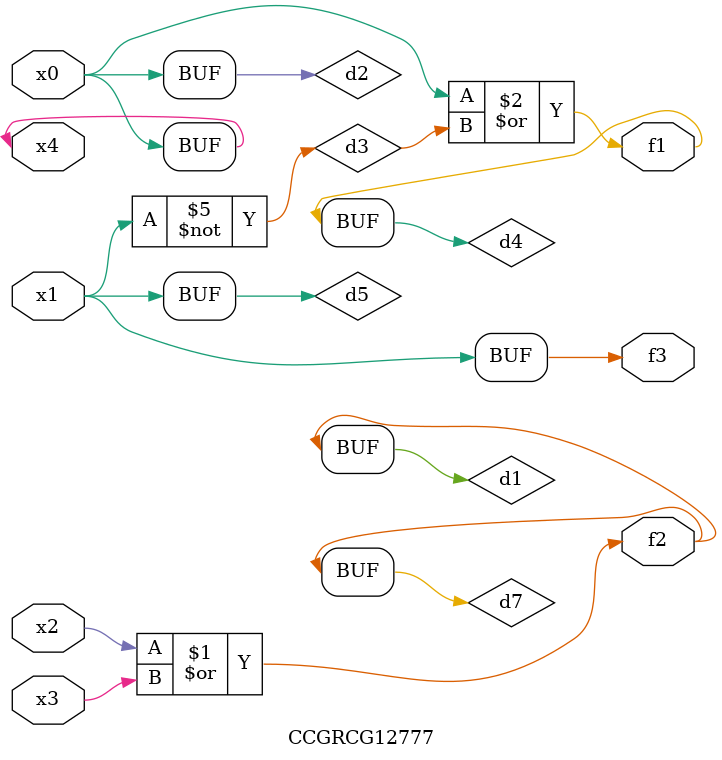
<source format=v>
module CCGRCG12777(
	input x0, x1, x2, x3, x4,
	output f1, f2, f3
);

	wire d1, d2, d3, d4, d5, d6, d7;

	or (d1, x2, x3);
	buf (d2, x0, x4);
	not (d3, x1);
	or (d4, d2, d3);
	not (d5, d3);
	nand (d6, d1, d3);
	or (d7, d1);
	assign f1 = d4;
	assign f2 = d7;
	assign f3 = d5;
endmodule

</source>
